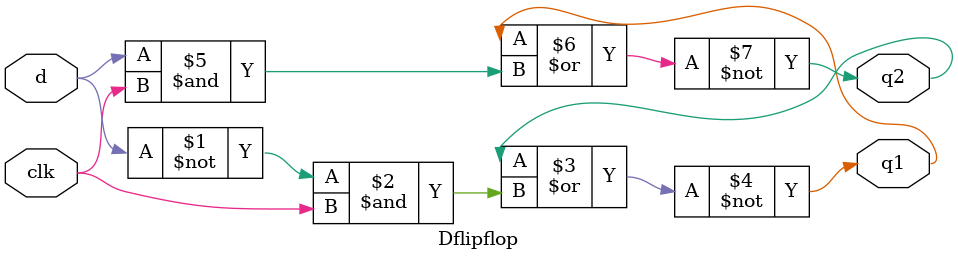
<source format=v>
`timescale 1ns / 1ps
module Dflipflop (
    input clk, d,
    output q1, q2 
);

    assign q1 = ~(q2|(~d&clk));
    assign q2 = ~(q1|(d&clk));  

endmodule
</source>
